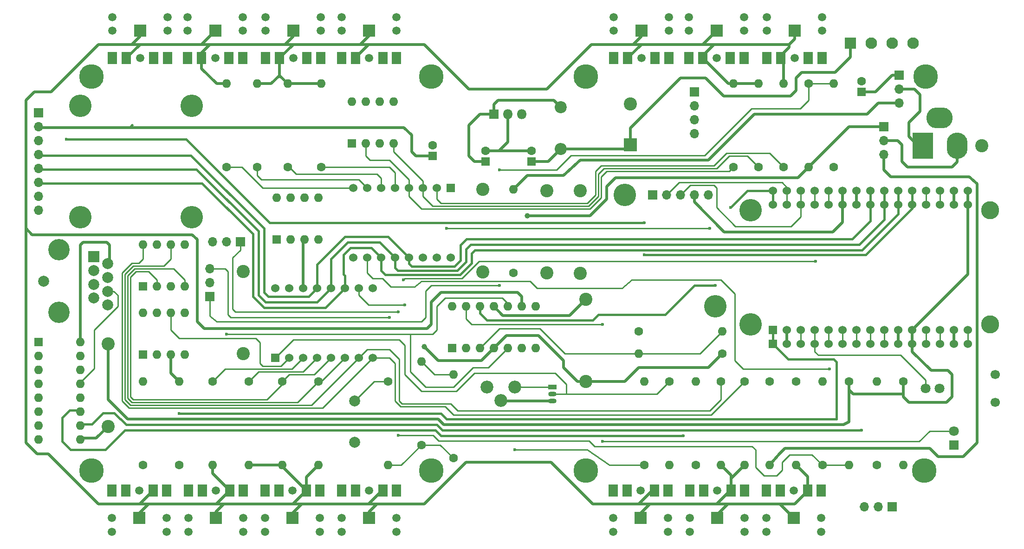
<source format=gbl>
G04 #@! TF.FileFunction,Copper,L2,Bot,Signal*
%FSLAX46Y46*%
G04 Gerber Fmt 4.6, Leading zero omitted, Abs format (unit mm)*
G04 Created by KiCad (PCBNEW 4.0.7) date 12/21/17 09:23:24*
%MOMM*%
%LPD*%
G01*
G04 APERTURE LIST*
%ADD10C,0.100000*%
%ADD11C,4.500000*%
%ADD12R,2.400000X2.400000*%
%ADD13C,2.400000*%
%ADD14R,1.600000X1.600000*%
%ADD15C,1.600000*%
%ADD16O,1.600000X1.600000*%
%ADD17O,1.500000X0.900000*%
%ADD18R,1.500000X0.900000*%
%ADD19O,3.800000X4.800000*%
%ADD20R,3.800000X4.800000*%
%ADD21O,4.800000X3.800000*%
%ADD22C,2.200000*%
%ADD23O,2.200000X2.200000*%
%ADD24C,2.340000*%
%ADD25R,1.800000X2.200000*%
%ADD26R,2.200000X2.200000*%
%ADD27C,1.500000*%
%ADD28R,1.800000X1.800000*%
%ADD29C,1.800000*%
%ADD30R,1.524000X1.524000*%
%ADD31C,1.524000*%
%ADD32C,2.000000*%
%ADD33R,2.000000X2.000000*%
%ADD34C,3.900000*%
%ADD35R,1.700000X1.700000*%
%ADD36O,1.700000X1.700000*%
%ADD37O,1.800000X1.800000*%
%ADD38C,1.700000*%
%ADD39C,2.100000*%
%ADD40R,2.100000X2.100000*%
%ADD41C,4.100000*%
%ADD42C,3.300000*%
%ADD43C,1.000000*%
%ADD44C,0.600000*%
%ADD45C,0.508000*%
%ADD46C,0.254000*%
%ADD47C,0.381000*%
G04 APERTURE END LIST*
D10*
D11*
X223774000Y-125984000D03*
D12*
X170180000Y-66548000D03*
D13*
X170180000Y-59048000D03*
D14*
X152146000Y-69596000D03*
D15*
X152146000Y-67596000D03*
D13*
X162052000Y-109728000D03*
X162052000Y-94728000D03*
D14*
X143764000Y-69596000D03*
D15*
X143764000Y-67596000D03*
D14*
X134112000Y-68580000D03*
D15*
X134112000Y-66580000D03*
D13*
X154940000Y-89916000D03*
X154940000Y-74916000D03*
X161036000Y-74930000D03*
X161036000Y-89930000D03*
D14*
X212344000Y-56896000D03*
D15*
X212344000Y-54896000D03*
D13*
X99568000Y-104648000D03*
X99568000Y-89648000D03*
X74930000Y-102870000D03*
X74930000Y-117870000D03*
X143256000Y-74676000D03*
X143256000Y-89676000D03*
D14*
X81280000Y-104775000D03*
D16*
X88900000Y-97155000D03*
X83820000Y-104775000D03*
X86360000Y-97155000D03*
X86360000Y-104775000D03*
X83820000Y-97155000D03*
X88900000Y-104775000D03*
X81280000Y-97155000D03*
D14*
X81280000Y-92329000D03*
D16*
X88900000Y-84709000D03*
X83820000Y-92329000D03*
X86360000Y-84709000D03*
X86360000Y-92329000D03*
X83820000Y-84709000D03*
X88900000Y-92329000D03*
X81280000Y-84709000D03*
D17*
X155956000Y-112014000D03*
X155956000Y-113284000D03*
D18*
X155956000Y-110744000D03*
D14*
X119380000Y-66294000D03*
D16*
X127000000Y-58674000D03*
X121920000Y-66294000D03*
X124460000Y-58674000D03*
X124460000Y-66294000D03*
X121920000Y-58674000D03*
X127000000Y-66294000D03*
X119380000Y-58674000D03*
D14*
X105664000Y-83820000D03*
D16*
X113284000Y-76200000D03*
X108204000Y-83820000D03*
X110744000Y-76200000D03*
X110744000Y-83820000D03*
X108204000Y-76200000D03*
X113284000Y-83820000D03*
X105664000Y-76200000D03*
D19*
X229820000Y-66675000D03*
D20*
X223520000Y-66675000D03*
D21*
X226620000Y-61595000D03*
D13*
X234320000Y-66675000D03*
D22*
X157480000Y-59690000D03*
D23*
X157480000Y-67310000D03*
D15*
X195580000Y-109728000D03*
D16*
X195580000Y-124968000D03*
D15*
X148844000Y-89916000D03*
D16*
X148844000Y-74676000D03*
D15*
X137922000Y-123698000D03*
D16*
X137922000Y-108458000D03*
D15*
X132080000Y-121285000D03*
D16*
X132080000Y-106045000D03*
D15*
X186944000Y-104648000D03*
D16*
X171704000Y-104648000D03*
D15*
X171704000Y-100584000D03*
D16*
X186944000Y-100584000D03*
D15*
X125984000Y-109728000D03*
D16*
X125984000Y-124968000D03*
D15*
X207264000Y-70612000D03*
D16*
X207264000Y-55372000D03*
D15*
X182118000Y-124968000D03*
D16*
X182118000Y-109728000D03*
D15*
X177292000Y-109728000D03*
D16*
X177292000Y-124968000D03*
D15*
X172720000Y-124968000D03*
D16*
X172720000Y-109728000D03*
D15*
X202692000Y-55372000D03*
D16*
X202692000Y-70612000D03*
D15*
X210058000Y-109728000D03*
D16*
X210058000Y-124968000D03*
D15*
X205232000Y-124968000D03*
D16*
X205232000Y-109728000D03*
D15*
X200406000Y-109728000D03*
D16*
X200406000Y-124968000D03*
D15*
X93980000Y-109728000D03*
D16*
X93980000Y-124968000D03*
D15*
X100584000Y-109728000D03*
D16*
X100584000Y-124968000D03*
D15*
X106680000Y-109728000D03*
D16*
X106680000Y-124968000D03*
D15*
X113284000Y-109728000D03*
D16*
X113284000Y-124968000D03*
D15*
X186690000Y-109728000D03*
D16*
X186690000Y-124968000D03*
D15*
X191008000Y-109728000D03*
D16*
X191008000Y-124968000D03*
D15*
X193548000Y-70612000D03*
D16*
X193548000Y-55372000D03*
D15*
X188976000Y-70612000D03*
D16*
X188976000Y-55372000D03*
D15*
X113792000Y-70612000D03*
D16*
X113792000Y-55372000D03*
D15*
X107696000Y-70612000D03*
D16*
X107696000Y-55372000D03*
D15*
X102108000Y-70612000D03*
D16*
X102108000Y-55372000D03*
D15*
X96520000Y-70612000D03*
D16*
X96520000Y-55372000D03*
D15*
X198120000Y-70612000D03*
D16*
X198120000Y-55372000D03*
D15*
X81280000Y-124968000D03*
D16*
X81280000Y-109728000D03*
D15*
X87884000Y-124968000D03*
D16*
X87884000Y-109728000D03*
D14*
X62230000Y-102489000D03*
D16*
X69850000Y-120269000D03*
X62230000Y-105029000D03*
X69850000Y-117729000D03*
X62230000Y-107569000D03*
X69850000Y-115189000D03*
X62230000Y-110109000D03*
X69850000Y-112649000D03*
X62230000Y-112649000D03*
X69850000Y-110109000D03*
X62230000Y-115189000D03*
X69850000Y-107569000D03*
X62230000Y-117729000D03*
X69850000Y-105029000D03*
X62230000Y-120269000D03*
X69850000Y-102489000D03*
D14*
X137668000Y-103632000D03*
D16*
X152908000Y-96012000D03*
X140208000Y-103632000D03*
X150368000Y-96012000D03*
X142748000Y-103632000D03*
X147828000Y-96012000D03*
X145288000Y-103632000D03*
X145288000Y-96012000D03*
X147828000Y-103632000D03*
X142748000Y-96012000D03*
X150368000Y-103632000D03*
X140208000Y-96012000D03*
X152908000Y-103632000D03*
X137668000Y-96012000D03*
D24*
X144098000Y-110666000D03*
X146598000Y-113166000D03*
X149098000Y-110666000D03*
D25*
X78145000Y-129620000D03*
X83145000Y-129620000D03*
X75645000Y-129620000D03*
X85645000Y-129620000D03*
D26*
X80645000Y-134620000D03*
D27*
X80645000Y-129620000D03*
X75645000Y-134620000D03*
X75645000Y-137120000D03*
X85645000Y-134620000D03*
X85645000Y-137120000D03*
D25*
X92115000Y-129620000D03*
X97115000Y-129620000D03*
X89615000Y-129620000D03*
X99615000Y-129620000D03*
D26*
X94615000Y-134620000D03*
D27*
X94615000Y-129620000D03*
X89615000Y-134620000D03*
X89615000Y-137120000D03*
X99615000Y-134620000D03*
X99615000Y-137120000D03*
D25*
X106085000Y-129620000D03*
X111085000Y-129620000D03*
X103585000Y-129620000D03*
X113585000Y-129620000D03*
D26*
X108585000Y-134620000D03*
D27*
X108585000Y-129620000D03*
X103585000Y-134620000D03*
X103585000Y-137120000D03*
X113585000Y-134620000D03*
X113585000Y-137120000D03*
D25*
X120055000Y-129620000D03*
X125055000Y-129620000D03*
X117555000Y-129620000D03*
X127555000Y-129620000D03*
D26*
X122555000Y-134620000D03*
D27*
X122555000Y-129620000D03*
X117555000Y-134620000D03*
X117555000Y-137120000D03*
X127555000Y-134620000D03*
X127555000Y-137120000D03*
D25*
X197525000Y-129620000D03*
X202525000Y-129620000D03*
X195025000Y-129620000D03*
X205025000Y-129620000D03*
D26*
X200025000Y-134620000D03*
D27*
X200025000Y-129620000D03*
X195025000Y-134620000D03*
X195025000Y-137120000D03*
X205025000Y-134620000D03*
X205025000Y-137120000D03*
D25*
X169585000Y-129620000D03*
X174585000Y-129620000D03*
X167085000Y-129620000D03*
X177085000Y-129620000D03*
D26*
X172085000Y-134620000D03*
D27*
X172085000Y-129620000D03*
X167085000Y-134620000D03*
X167085000Y-137120000D03*
X177085000Y-134620000D03*
X177085000Y-137120000D03*
D25*
X183555000Y-129620000D03*
X188555000Y-129620000D03*
X181055000Y-129620000D03*
X191055000Y-129620000D03*
D26*
X186055000Y-134620000D03*
D27*
X186055000Y-129620000D03*
X181055000Y-134620000D03*
X181055000Y-137120000D03*
X191055000Y-134620000D03*
X191055000Y-137120000D03*
D25*
X202652000Y-50720000D03*
X197652000Y-50720000D03*
X205152000Y-50720000D03*
X195152000Y-50720000D03*
D26*
X200152000Y-45720000D03*
D27*
X200152000Y-50720000D03*
X205152000Y-45720000D03*
X205152000Y-43220000D03*
X195152000Y-45720000D03*
X195152000Y-43220000D03*
D25*
X188428000Y-50720000D03*
X183428000Y-50720000D03*
X190928000Y-50720000D03*
X180928000Y-50720000D03*
D26*
X185928000Y-45720000D03*
D27*
X185928000Y-50720000D03*
X190928000Y-45720000D03*
X190928000Y-43220000D03*
X180928000Y-45720000D03*
X180928000Y-43220000D03*
D25*
X174712000Y-50720000D03*
X169712000Y-50720000D03*
X177212000Y-50720000D03*
X167212000Y-50720000D03*
D26*
X172212000Y-45720000D03*
D27*
X172212000Y-50720000D03*
X177212000Y-45720000D03*
X177212000Y-43220000D03*
X167212000Y-45720000D03*
X167212000Y-43220000D03*
D25*
X125055000Y-50720000D03*
X120055000Y-50720000D03*
X127555000Y-50720000D03*
X117555000Y-50720000D03*
D26*
X122555000Y-45720000D03*
D27*
X122555000Y-50720000D03*
X127555000Y-45720000D03*
X127555000Y-43220000D03*
X117555000Y-45720000D03*
X117555000Y-43220000D03*
D25*
X111212000Y-50720000D03*
X106212000Y-50720000D03*
X113712000Y-50720000D03*
X103712000Y-50720000D03*
D26*
X108712000Y-45720000D03*
D27*
X108712000Y-50720000D03*
X113712000Y-45720000D03*
X113712000Y-43220000D03*
X103712000Y-45720000D03*
X103712000Y-43220000D03*
D25*
X96988000Y-50720000D03*
X91988000Y-50720000D03*
X99488000Y-50720000D03*
X89488000Y-50720000D03*
D26*
X94488000Y-45720000D03*
D27*
X94488000Y-50720000D03*
X99488000Y-45720000D03*
X99488000Y-43220000D03*
X89488000Y-45720000D03*
X89488000Y-43220000D03*
D25*
X83272000Y-50720000D03*
X78272000Y-50720000D03*
X85772000Y-50720000D03*
X75772000Y-50720000D03*
D26*
X80772000Y-45720000D03*
D27*
X80772000Y-50720000D03*
X85772000Y-45720000D03*
X85772000Y-43220000D03*
X75772000Y-45720000D03*
X75772000Y-43220000D03*
D28*
X229235000Y-121285000D03*
D29*
X229235000Y-118745000D03*
D30*
X137414000Y-74422000D03*
D31*
X134874000Y-74422000D03*
X132334000Y-74422000D03*
X129794000Y-74422000D03*
X127254000Y-74422000D03*
X124714000Y-74422000D03*
X122174000Y-74422000D03*
X119634000Y-74422000D03*
X119634000Y-87122000D03*
X122174000Y-87122000D03*
X124714000Y-87122000D03*
X127254000Y-87122000D03*
X129794000Y-87122000D03*
X132334000Y-87122000D03*
X134874000Y-87122000D03*
X137414000Y-87122000D03*
D30*
X105410000Y-105410000D03*
D31*
X107950000Y-105410000D03*
X110490000Y-105410000D03*
X113030000Y-105410000D03*
X115570000Y-105410000D03*
X118110000Y-105410000D03*
X120650000Y-105410000D03*
X123190000Y-105410000D03*
X123190000Y-92710000D03*
X120650000Y-92710000D03*
X118110000Y-92710000D03*
X115570000Y-92710000D03*
X113030000Y-92710000D03*
X110490000Y-92710000D03*
X107950000Y-92710000D03*
X105410000Y-92710000D03*
D32*
X63216000Y-91440000D03*
X72360000Y-94488000D03*
D33*
X72360000Y-86888000D03*
D32*
X72360000Y-89428000D03*
X74900000Y-88158000D03*
X74900000Y-95758000D03*
D34*
X66000000Y-85618000D03*
X66000000Y-97048000D03*
D32*
X74900000Y-90698000D03*
X72360000Y-91968000D03*
X74900000Y-93238000D03*
D35*
X217932000Y-132588000D03*
D36*
X215392000Y-132588000D03*
X212852000Y-132588000D03*
D35*
X219202000Y-53848000D03*
D36*
X219202000Y-56388000D03*
X219202000Y-58928000D03*
D35*
X216408000Y-63246000D03*
D36*
X216408000Y-65786000D03*
X216408000Y-68326000D03*
D35*
X93472000Y-94234000D03*
D36*
X93472000Y-91694000D03*
X93472000Y-89154000D03*
D35*
X99060000Y-84201000D03*
D36*
X96520000Y-84201000D03*
X93980000Y-84201000D03*
D28*
X145288000Y-60960000D03*
D37*
X147828000Y-60960000D03*
X150368000Y-60960000D03*
D32*
X119888000Y-113284000D03*
X119888000Y-120784000D03*
D35*
X181864000Y-56896000D03*
D36*
X181864000Y-59436000D03*
X181864000Y-61976000D03*
X181864000Y-64516000D03*
D15*
X215138000Y-124968000D03*
D16*
X215138000Y-109728000D03*
D15*
X219964000Y-109728000D03*
D16*
X219964000Y-124968000D03*
D29*
X224028000Y-110998000D03*
X226568000Y-110998000D03*
D38*
X236728000Y-108458000D03*
X236728000Y-113538000D03*
D39*
X221742000Y-48006000D03*
X217932000Y-48006000D03*
D40*
X210312000Y-48006000D03*
D39*
X214122000Y-48006000D03*
D11*
X162052000Y-125984000D03*
X133858000Y-125984000D03*
X71882000Y-125984000D03*
X71882000Y-54102000D03*
X133858000Y-54102000D03*
X162052000Y-54102000D03*
X224028000Y-54102000D03*
D41*
X69850000Y-79756000D03*
X90170000Y-79756000D03*
D35*
X62230000Y-60706000D03*
D36*
X62230000Y-63246000D03*
X62230000Y-65786000D03*
X62230000Y-68326000D03*
X62230000Y-70866000D03*
X62230000Y-73406000D03*
X62230000Y-75946000D03*
X62230000Y-78486000D03*
D41*
X90170000Y-59436000D03*
X69850000Y-59436000D03*
D35*
X174244000Y-75692000D03*
D36*
X176784000Y-75692000D03*
X179324000Y-75692000D03*
X181864000Y-75692000D03*
X184404000Y-75692000D03*
D41*
X169164000Y-75692000D03*
X185674000Y-96012000D03*
D31*
X231775000Y-77470000D03*
X229235000Y-77470000D03*
X226695000Y-77470000D03*
X224155000Y-77470000D03*
X221615000Y-77470000D03*
X219075000Y-77470000D03*
X216535000Y-77470000D03*
X213995000Y-77470000D03*
X211455000Y-77470000D03*
X208915000Y-77470000D03*
X206375000Y-77470000D03*
X203835000Y-77470000D03*
X201295000Y-77470000D03*
X198755000Y-77470000D03*
X196215000Y-77470000D03*
X196215000Y-74930000D03*
X198755000Y-74930000D03*
X201295000Y-74930000D03*
X203835000Y-74930000D03*
X206375000Y-74930000D03*
X208915000Y-74930000D03*
X211455000Y-74930000D03*
X213995000Y-74930000D03*
X216535000Y-74930000D03*
X219075000Y-74930000D03*
X221615000Y-74930000D03*
X224155000Y-74930000D03*
X226695000Y-74930000D03*
X229235000Y-74930000D03*
X231775000Y-74930000D03*
X231775000Y-100330000D03*
X229235000Y-100330000D03*
X226695000Y-100330000D03*
X224155000Y-100330000D03*
X221615000Y-100330000D03*
X219075000Y-100330000D03*
X216535000Y-100330000D03*
X213995000Y-100330000D03*
X211455000Y-100330000D03*
X208915000Y-100330000D03*
X206375000Y-100330000D03*
X203835000Y-100330000D03*
X201295000Y-100330000D03*
X198755000Y-100330000D03*
D30*
X196215000Y-100330000D03*
X196215000Y-102870000D03*
D31*
X198755000Y-102870000D03*
X201295000Y-102870000D03*
X203835000Y-102870000D03*
X206375000Y-102870000D03*
X208915000Y-102870000D03*
X211455000Y-102870000D03*
X213995000Y-102870000D03*
X216535000Y-102870000D03*
X219075000Y-102870000D03*
X221615000Y-102870000D03*
X224155000Y-102870000D03*
X226695000Y-102870000D03*
X229235000Y-102870000D03*
X231775000Y-102870000D03*
D41*
X192151000Y-78486000D03*
X192151000Y-99314000D03*
D42*
X235839000Y-78486000D03*
X235839000Y-99314000D03*
D43*
X132588000Y-103378000D03*
D44*
X126238000Y-98044000D03*
X149098000Y-122174000D03*
X184658000Y-81788000D03*
X136652000Y-81788000D03*
X206502000Y-107442000D03*
X165100000Y-120650000D03*
X165100000Y-99314000D03*
X67310000Y-65532000D03*
X172720000Y-80772000D03*
X172720000Y-86614000D03*
X129032000Y-95758000D03*
X128778000Y-91186000D03*
X203962000Y-87757000D03*
X185674000Y-92202000D03*
X179832000Y-119634000D03*
X188468000Y-77978000D03*
X87884000Y-115570000D03*
X146304000Y-71120000D03*
X146304000Y-92202000D03*
D43*
X151384000Y-79502000D03*
D44*
X127889000Y-97028000D03*
X127889000Y-119507000D03*
X96520000Y-101092000D03*
X212344000Y-118618000D03*
D45*
X157480000Y-67310000D02*
X155194000Y-69596000D01*
X155194000Y-69596000D02*
X152146000Y-69596000D01*
X210312000Y-48260000D02*
X210312000Y-50546000D01*
X170180000Y-63500000D02*
X170180000Y-66548000D01*
X179324000Y-54356000D02*
X170180000Y-63500000D01*
X183896000Y-54356000D02*
X179324000Y-54356000D01*
X187198000Y-57658000D02*
X183896000Y-54356000D01*
X199390000Y-57658000D02*
X187198000Y-57658000D01*
X200406000Y-56642000D02*
X199390000Y-57658000D01*
X200406000Y-54356000D02*
X200406000Y-56642000D01*
X201422000Y-53340000D02*
X200406000Y-54356000D01*
X207518000Y-53340000D02*
X201422000Y-53340000D01*
X210312000Y-50546000D02*
X207518000Y-53340000D01*
X157480000Y-67310000D02*
X169418000Y-67310000D01*
X169418000Y-67310000D02*
X170180000Y-66548000D01*
X229235000Y-100330000D02*
X229235000Y-102870000D01*
X219075000Y-100330000D02*
X219075000Y-102870000D01*
X198755000Y-100330000D02*
X198755000Y-102870000D01*
X229235000Y-74930000D02*
X229235000Y-77470000D01*
X211455000Y-74930000D02*
X211455000Y-77470000D01*
X146050000Y-67596000D02*
X146272000Y-67596000D01*
X147828000Y-66040000D02*
X147828000Y-60960000D01*
X146272000Y-67596000D02*
X147828000Y-66040000D01*
X152146000Y-67596000D02*
X146050000Y-67596000D01*
X146050000Y-67596000D02*
X143764000Y-67596000D01*
X110490000Y-92710000D02*
X110490000Y-84074000D01*
X110490000Y-84074000D02*
X110744000Y-83820000D01*
X145288000Y-96012000D02*
X146932604Y-97656604D01*
X159123396Y-97656604D02*
X162052000Y-94728000D01*
X146932604Y-97656604D02*
X159123396Y-97656604D01*
X86360000Y-104775000D02*
X86360000Y-108204000D01*
X86360000Y-108204000D02*
X87884000Y-109728000D01*
X155956000Y-113284000D02*
X146716000Y-113284000D01*
X146716000Y-113284000D02*
X146598000Y-113166000D01*
X74930000Y-117870000D02*
X72785000Y-120015000D01*
X72785000Y-120015000D02*
X69850000Y-120015000D01*
X75184000Y-87874000D02*
X75184000Y-86731000D01*
X69850000Y-84836000D02*
X70358000Y-84328000D01*
X70358000Y-84328000D02*
X74676000Y-84328000D01*
X74676000Y-84328000D02*
X75184000Y-84836000D01*
X75184000Y-84836000D02*
X75184000Y-86731000D01*
X69850000Y-84836000D02*
X69850000Y-102235000D01*
X75184000Y-87874000D02*
X74900000Y-88158000D01*
X79375000Y-62992000D02*
X78994000Y-63373000D01*
X78994000Y-63373000D02*
X62230000Y-63373000D01*
X79375000Y-62992000D02*
X78994000Y-63373000D01*
X78994000Y-63373000D02*
X128905000Y-63373000D01*
X128905000Y-63373000D02*
X130302000Y-64770000D01*
X130302000Y-64770000D02*
X130302000Y-67818000D01*
X130302000Y-67818000D02*
X131064000Y-68580000D01*
X134112000Y-68580000D02*
X131064000Y-68580000D01*
X219964000Y-112014000D02*
X210820000Y-112014000D01*
X210820000Y-112014000D02*
X210058000Y-111252000D01*
X221615000Y-102870000D02*
X221615000Y-104267000D01*
X219964000Y-112522000D02*
X219964000Y-112014000D01*
X219964000Y-112014000D02*
X219964000Y-109728000D01*
X220980000Y-113538000D02*
X219964000Y-112522000D01*
X227838000Y-113538000D02*
X220980000Y-113538000D01*
X228854000Y-112522000D02*
X227838000Y-113538000D01*
X228854000Y-108458000D02*
X228854000Y-112522000D01*
X228092000Y-107696000D02*
X228854000Y-108458000D01*
X225044000Y-107696000D02*
X228092000Y-107696000D01*
X221615000Y-104267000D02*
X225044000Y-107696000D01*
X181864000Y-75692000D02*
X181864000Y-76962000D01*
X208915000Y-80645000D02*
X208915000Y-77470000D01*
X207137000Y-82423000D02*
X208915000Y-80645000D01*
X187325000Y-82423000D02*
X207137000Y-82423000D01*
X181864000Y-76962000D02*
X187325000Y-82423000D01*
X145288000Y-103632000D02*
X143002000Y-105918000D01*
X135128000Y-105918000D02*
X132588000Y-103378000D01*
X143002000Y-105918000D02*
X135128000Y-105918000D01*
X157988000Y-107188000D02*
X157988000Y-105918000D01*
X160528000Y-109728000D02*
X157988000Y-107188000D01*
X162052000Y-109728000D02*
X160528000Y-109728000D01*
X147574000Y-101346000D02*
X145288000Y-103632000D01*
X153416000Y-101346000D02*
X147574000Y-101346000D01*
X157988000Y-105918000D02*
X153416000Y-101346000D01*
X162052000Y-109728000D02*
X169164000Y-109728000D01*
X184404000Y-107188000D02*
X186944000Y-104648000D01*
X171704000Y-107188000D02*
X184404000Y-107188000D01*
X169164000Y-109728000D02*
X171704000Y-107188000D01*
X231775000Y-77470000D02*
X231775000Y-90170000D01*
X231775000Y-90170000D02*
X221615000Y-100330000D01*
X135128000Y-116586000D02*
X78486000Y-116586000D01*
X78486000Y-116586000D02*
X74930000Y-113030000D01*
X74930000Y-113030000D02*
X74930000Y-102870000D01*
X210058000Y-111252000D02*
X210058000Y-117094000D01*
X136144000Y-117602000D02*
X135128000Y-116586000D01*
X209042000Y-117602000D02*
X136144000Y-117602000D01*
X210058000Y-117094000D02*
X209042000Y-117602000D01*
X210058000Y-109728000D02*
X210058000Y-111252000D01*
X231775000Y-74930000D02*
X231775000Y-77470000D01*
X208915000Y-74930000D02*
X208915000Y-77470000D01*
X221615000Y-102870000D02*
X221615000Y-100330000D01*
X157480000Y-59690000D02*
X156210000Y-58420000D01*
X145288000Y-59182000D02*
X145288000Y-60960000D01*
X146050000Y-58420000D02*
X145288000Y-59182000D01*
X156210000Y-58420000D02*
X146050000Y-58420000D01*
X140716000Y-62992000D02*
X142748000Y-60960000D01*
X140716000Y-68580000D02*
X141732000Y-69596000D01*
X143764000Y-69596000D02*
X141732000Y-69596000D01*
X140716000Y-68580000D02*
X140716000Y-62992000D01*
X142748000Y-60960000D02*
X145288000Y-60960000D01*
D46*
X132080000Y-121285000D02*
X128397000Y-124968000D01*
X128397000Y-124968000D02*
X125984000Y-124968000D01*
X132080000Y-121285000D02*
X135509000Y-121285000D01*
X135509000Y-121285000D02*
X137922000Y-123698000D01*
X132080000Y-106045000D02*
X134493000Y-108458000D01*
X134493000Y-108458000D02*
X137922000Y-108458000D01*
X171704000Y-104648000D02*
X158242000Y-104648000D01*
X146304000Y-100076000D02*
X142748000Y-103632000D01*
X153670000Y-100076000D02*
X146304000Y-100076000D01*
X158242000Y-104648000D02*
X153670000Y-100076000D01*
X171704000Y-104648000D02*
X182880000Y-104648000D01*
X182880000Y-104648000D02*
X186944000Y-100584000D01*
D45*
X214884000Y-56896000D02*
X217932000Y-53848000D01*
X212344000Y-56896000D02*
X214884000Y-56896000D01*
X217932000Y-53848000D02*
X219202000Y-53848000D01*
D46*
X125984000Y-109728000D02*
X123444000Y-109728000D01*
X123444000Y-109728000D02*
X119888000Y-113284000D01*
X97282000Y-98044000D02*
X96774000Y-97536000D01*
X97282000Y-98044000D02*
X126238000Y-98044000D01*
X96266000Y-89154000D02*
X93472000Y-89154000D01*
X96774000Y-89662000D02*
X96266000Y-89154000D01*
X96774000Y-97536000D02*
X96774000Y-89662000D01*
D45*
X232029000Y-72390000D02*
X217678000Y-72390000D01*
X230886000Y-123444000D02*
X226314000Y-123444000D01*
X226314000Y-123444000D02*
X224790000Y-121920000D01*
X224790000Y-121920000D02*
X198374000Y-121920000D01*
X198374000Y-121920000D02*
X197358000Y-122936000D01*
X232029000Y-72390000D02*
X233426000Y-73660000D01*
X233426000Y-73660000D02*
X233426000Y-120904000D01*
X233426000Y-120904000D02*
X230886000Y-123444000D01*
X195580000Y-124968000D02*
X197358000Y-122936000D01*
X216408000Y-71120000D02*
X216408000Y-68326000D01*
X217678000Y-72390000D02*
X216408000Y-71120000D01*
X213360000Y-60960000D02*
X215392000Y-58928000D01*
X192786000Y-60960000D02*
X184404000Y-69342000D01*
X161036000Y-69342000D02*
X157988000Y-72136000D01*
X157988000Y-72136000D02*
X151384000Y-72136000D01*
X148844000Y-74676000D02*
X151384000Y-72136000D01*
X184404000Y-69342000D02*
X161036000Y-69342000D01*
X192786000Y-60960000D02*
X213360000Y-60960000D01*
X215392000Y-58928000D02*
X219202000Y-58928000D01*
D46*
X93980000Y-109728000D02*
X96266000Y-107442000D01*
X108458000Y-107442000D02*
X110490000Y-105410000D01*
X96266000Y-107442000D02*
X108458000Y-107442000D01*
X101854000Y-101854000D02*
X102616000Y-102616000D01*
X101854000Y-101854000D02*
X87884000Y-101854000D01*
X87884000Y-101854000D02*
X86360000Y-100330000D01*
X86360000Y-97155000D02*
X86360000Y-100330000D01*
X106426000Y-106934000D02*
X107950000Y-105410000D01*
X103124000Y-106934000D02*
X106426000Y-106934000D01*
X102616000Y-106426000D02*
X103124000Y-106934000D01*
X102616000Y-102616000D02*
X102616000Y-106426000D01*
X100584000Y-109728000D02*
X102362000Y-107950000D01*
X110490000Y-107950000D02*
X113030000Y-105410000D01*
X102362000Y-107950000D02*
X110490000Y-107950000D01*
X86360000Y-84709000D02*
X86360000Y-87376000D01*
X112014000Y-114046000D02*
X120650000Y-105410000D01*
X79502000Y-88646000D02*
X85090000Y-88646000D01*
X85090000Y-88646000D02*
X86360000Y-87376000D01*
X77978000Y-90170000D02*
X79502000Y-88646000D01*
X77978000Y-113030000D02*
X77978000Y-90170000D01*
X78994000Y-114046000D02*
X77978000Y-113030000D01*
X112014000Y-114046000D02*
X78994000Y-114046000D01*
X138684000Y-115062000D02*
X184658000Y-115062000D01*
X138684000Y-115062000D02*
X137414000Y-113792000D01*
X137414000Y-113792000D02*
X128524000Y-113792000D01*
X128524000Y-113792000D02*
X128016000Y-113284000D01*
X128016000Y-113284000D02*
X128016000Y-105664000D01*
X128016000Y-105664000D02*
X126238000Y-103886000D01*
X126238000Y-103886000D02*
X122174000Y-103886000D01*
X120650000Y-105410000D02*
X122174000Y-103886000D01*
X186690000Y-113030000D02*
X186690000Y-109728000D01*
X184658000Y-115062000D02*
X186690000Y-113030000D01*
X186690000Y-109728000D02*
X186690000Y-109474000D01*
X88900000Y-92329000D02*
X88900000Y-91186000D01*
X109474000Y-113538000D02*
X113284000Y-109728000D01*
X79248000Y-113538000D02*
X109474000Y-113538000D01*
X78486000Y-112776000D02*
X79248000Y-113538000D01*
X78486000Y-90424000D02*
X78486000Y-112776000D01*
X79756000Y-89154000D02*
X78486000Y-90424000D01*
X86868000Y-89154000D02*
X79756000Y-89154000D01*
X88900000Y-91186000D02*
X86868000Y-89154000D01*
X113284000Y-109728000D02*
X113792000Y-109728000D01*
X113792000Y-109728000D02*
X118110000Y-105410000D01*
X81280000Y-84709000D02*
X81280000Y-87376000D01*
X78740000Y-114554000D02*
X114046000Y-114554000D01*
X81280000Y-87376000D02*
X80518000Y-88138000D01*
X80518000Y-88138000D02*
X79248000Y-88138000D01*
X79248000Y-88138000D02*
X77470000Y-89916000D01*
X77470000Y-89916000D02*
X77470000Y-113284000D01*
X77470000Y-113284000D02*
X78740000Y-114554000D01*
X114046000Y-114554000D02*
X123190000Y-105410000D01*
X137922000Y-115824000D02*
X136398000Y-114300000D01*
X137922000Y-115824000D02*
X184912000Y-115824000D01*
X191008000Y-109728000D02*
X184912000Y-115824000D01*
X126238000Y-105410000D02*
X123190000Y-105410000D01*
X127254000Y-106426000D02*
X126238000Y-105410000D01*
X127254000Y-113284000D02*
X127254000Y-106426000D01*
X128270000Y-114300000D02*
X127254000Y-113284000D01*
X136398000Y-114300000D02*
X128270000Y-114300000D01*
X83820000Y-92329000D02*
X83820000Y-91186000D01*
X103886000Y-113030000D02*
X106680000Y-110236000D01*
X80010000Y-89662000D02*
X82296000Y-89662000D01*
X78994000Y-90678000D02*
X80010000Y-89662000D01*
X78994000Y-112522000D02*
X78994000Y-90678000D01*
X79502000Y-113030000D02*
X78994000Y-112522000D01*
X103886000Y-113030000D02*
X79502000Y-113030000D01*
X83820000Y-91186000D02*
X82296000Y-89662000D01*
X106680000Y-109728000D02*
X106680000Y-110236000D01*
X106680000Y-109728000D02*
X107950000Y-108458000D01*
X112522000Y-108458000D02*
X115570000Y-105410000D01*
X107950000Y-108458000D02*
X112522000Y-108458000D01*
X141732000Y-108204000D02*
X138430000Y-111506000D01*
X158496000Y-110236000D02*
X156464000Y-108204000D01*
X156464000Y-108204000D02*
X141732000Y-108204000D01*
X158496000Y-112014000D02*
X158496000Y-110236000D01*
X129032000Y-103124000D02*
X128016000Y-102108000D01*
X129032000Y-108458000D02*
X129032000Y-103124000D01*
X132080000Y-111506000D02*
X129032000Y-108458000D01*
X138430000Y-111506000D02*
X132080000Y-111506000D01*
X128016000Y-102108000D02*
X108712000Y-102108000D01*
X108712000Y-102108000D02*
X105410000Y-105410000D01*
X155956000Y-112014000D02*
X158496000Y-112014000D01*
X158496000Y-112014000D02*
X175006000Y-112014000D01*
X175006000Y-112014000D02*
X177292000Y-109728000D01*
X172720000Y-124968000D02*
X166370000Y-124968000D01*
X162306000Y-122174000D02*
X149098000Y-122174000D01*
X166370000Y-124968000D02*
X162306000Y-122174000D01*
X155956000Y-110744000D02*
X155878000Y-110666000D01*
X155878000Y-110666000D02*
X149098000Y-110666000D01*
X165354000Y-70866000D02*
X185928000Y-70866000D01*
X165354000Y-70866000D02*
X164338000Y-71882000D01*
X164338000Y-71882000D02*
X164338000Y-75946000D01*
X164338000Y-75946000D02*
X162560000Y-77724000D01*
X162560000Y-77724000D02*
X134112000Y-77724000D01*
X134112000Y-77724000D02*
X132334000Y-75946000D01*
X132334000Y-74422000D02*
X132334000Y-75946000D01*
X191516000Y-68580000D02*
X193548000Y-70612000D01*
X188214000Y-68580000D02*
X191516000Y-68580000D01*
X185928000Y-70866000D02*
X188214000Y-68580000D01*
X127000000Y-66294000D02*
X127000000Y-67818000D01*
X132334000Y-73152000D02*
X132334000Y-74422000D01*
X127000000Y-67818000D02*
X132334000Y-73152000D01*
X164846000Y-70358000D02*
X185420000Y-70358000D01*
X134874000Y-76454000D02*
X135636000Y-77216000D01*
X135636000Y-77216000D02*
X162306000Y-77216000D01*
X162306000Y-77216000D02*
X163830000Y-75692000D01*
X163830000Y-75692000D02*
X163830000Y-71374000D01*
X163830000Y-71374000D02*
X164846000Y-70358000D01*
X134874000Y-74422000D02*
X134874000Y-76454000D01*
X195580000Y-68072000D02*
X198120000Y-70612000D01*
X187706000Y-68072000D02*
X195580000Y-68072000D01*
X185420000Y-70358000D02*
X187706000Y-68072000D01*
X165862000Y-71374000D02*
X188214000Y-71374000D01*
X188214000Y-71374000D02*
X188976000Y-70612000D01*
X129794000Y-74422000D02*
X129794000Y-72898000D01*
X121920000Y-68580000D02*
X121920000Y-66294000D01*
X122682000Y-69342000D02*
X121920000Y-68580000D01*
X126238000Y-69342000D02*
X122682000Y-69342000D01*
X129794000Y-72898000D02*
X126238000Y-69342000D01*
X129794000Y-75946000D02*
X129794000Y-74422000D01*
X132080000Y-78232000D02*
X129794000Y-75946000D01*
X162814000Y-78232000D02*
X132080000Y-78232000D01*
X164846000Y-76200000D02*
X162814000Y-78232000D01*
X165862000Y-71374000D02*
X164846000Y-72390000D01*
X164846000Y-72390000D02*
X164846000Y-76200000D01*
X136652000Y-81788000D02*
X184658000Y-81788000D01*
X102870000Y-72898000D02*
X102108000Y-72136000D01*
X122174000Y-74422000D02*
X120650000Y-72898000D01*
X102870000Y-72898000D02*
X120650000Y-72898000D01*
X102108000Y-72136000D02*
X102108000Y-70612000D01*
X107696000Y-70612000D02*
X107950000Y-70612000D01*
X107950000Y-70612000D02*
X109220000Y-71882000D01*
X124714000Y-72644000D02*
X124714000Y-74422000D01*
X123952000Y-71882000D02*
X124714000Y-72644000D01*
X109220000Y-71882000D02*
X123952000Y-71882000D01*
X119634000Y-74422000D02*
X103124000Y-74422000D01*
X99314000Y-70612000D02*
X96520000Y-70612000D01*
X103124000Y-74422000D02*
X99314000Y-70612000D01*
X113792000Y-70612000D02*
X126238000Y-70612000D01*
X127254000Y-71628000D02*
X127254000Y-74422000D01*
X126238000Y-70612000D02*
X127254000Y-71628000D01*
X186690000Y-91186000D02*
X189230000Y-93726000D01*
X124968000Y-90932000D02*
X123190000Y-90932000D01*
X124968000Y-90932000D02*
X126492000Y-92456000D01*
X132080000Y-91440000D02*
X151892000Y-91440000D01*
X130810000Y-92456000D02*
X132080000Y-91440000D01*
X126492000Y-92456000D02*
X130810000Y-92456000D01*
X153162000Y-92710000D02*
X168656000Y-92710000D01*
X168656000Y-92710000D02*
X170434000Y-91186000D01*
X170434000Y-91186000D02*
X186690000Y-91186000D01*
X151892000Y-91440000D02*
X153162000Y-92710000D01*
X122174000Y-87122000D02*
X122174000Y-89916000D01*
X122174000Y-89916000D02*
X123190000Y-90932000D01*
X189230000Y-93726000D02*
X189230000Y-105918000D01*
X190754000Y-107442000D02*
X206502000Y-107442000D01*
X189230000Y-105918000D02*
X190754000Y-107442000D01*
X141224000Y-99314000D02*
X165100000Y-99314000D01*
X140208000Y-98298000D02*
X141224000Y-99314000D01*
X140208000Y-96012000D02*
X140208000Y-98298000D01*
X224829414Y-118745000D02*
X229235000Y-118745000D01*
X222915655Y-120650000D02*
X224829414Y-118745000D01*
X165100000Y-120650000D02*
X222915655Y-120650000D01*
X76708000Y-96012000D02*
X76708000Y-93980000D01*
X72390000Y-107315000D02*
X72390000Y-100330000D01*
X72390000Y-100330000D02*
X76708000Y-96012000D01*
X69850000Y-109855000D02*
X72390000Y-107315000D01*
X75966000Y-93238000D02*
X74900000Y-93238000D01*
X76708000Y-93980000D02*
X75966000Y-93238000D01*
D45*
X229820000Y-66675000D02*
X229820000Y-69646000D01*
X218948000Y-65786000D02*
X216408000Y-65786000D01*
X219710000Y-66548000D02*
X218948000Y-65786000D01*
X219710000Y-69596000D02*
X219710000Y-66548000D01*
X220726000Y-70612000D02*
X219710000Y-69596000D01*
X228854000Y-70612000D02*
X220726000Y-70612000D01*
X229820000Y-69646000D02*
X228854000Y-70612000D01*
X229820000Y-66675000D02*
X229820000Y-68376000D01*
X223012000Y-57404000D02*
X221996000Y-56388000D01*
X223012000Y-60452000D02*
X223012000Y-57404000D01*
X220980000Y-62484000D02*
X223012000Y-60452000D01*
X220980000Y-65024000D02*
X220980000Y-62484000D01*
X222631000Y-66675000D02*
X220980000Y-65024000D01*
X221996000Y-56388000D02*
X219202000Y-56388000D01*
X223520000Y-66675000D02*
X222631000Y-66675000D01*
X59944000Y-81788000D02*
X61087000Y-82931000D01*
X92456000Y-100076000D02*
X91186000Y-98806000D01*
X91186000Y-98806000D02*
X91186000Y-83820000D01*
X133858000Y-99314000D02*
X133858000Y-95250000D01*
X133858000Y-95250000D02*
X135636000Y-93472000D01*
X135636000Y-93472000D02*
X149606000Y-93472000D01*
X149606000Y-93472000D02*
X150368000Y-94234000D01*
X150368000Y-94234000D02*
X150368000Y-96012000D01*
X133096000Y-100076000D02*
X133858000Y-99314000D01*
X92456000Y-100076000D02*
X133096000Y-100076000D01*
X90297000Y-82931000D02*
X61087000Y-82931000D01*
X91186000Y-83820000D02*
X90297000Y-82931000D01*
X102108000Y-55372000D02*
X104728000Y-55372000D01*
X104728000Y-55372000D02*
X106212000Y-53888000D01*
X96520000Y-55372000D02*
X94742000Y-55372000D01*
X91988000Y-52618000D02*
X91988000Y-50720000D01*
X94742000Y-55372000D02*
X91988000Y-52618000D01*
X107696000Y-55372000D02*
X106212000Y-53888000D01*
X106212000Y-53888000D02*
X106212000Y-50720000D01*
X113792000Y-55372000D02*
X107696000Y-55372000D01*
X198120000Y-55372000D02*
X198120000Y-51188000D01*
X198120000Y-51188000D02*
X197652000Y-50720000D01*
X193548000Y-55372000D02*
X188976000Y-55372000D01*
X188976000Y-55372000D02*
X188080000Y-55372000D01*
X188080000Y-55372000D02*
X183428000Y-50720000D01*
X200406000Y-124968000D02*
X202525000Y-127087000D01*
X202525000Y-127087000D02*
X202525000Y-129620000D01*
X191008000Y-124968000D02*
X188555000Y-127421000D01*
X188555000Y-127421000D02*
X188555000Y-129620000D01*
X186690000Y-124968000D02*
X188555000Y-126833000D01*
X188555000Y-126833000D02*
X188555000Y-129620000D01*
X113284000Y-124968000D02*
X111085000Y-127167000D01*
X111085000Y-127167000D02*
X111085000Y-129620000D01*
X93980000Y-124968000D02*
X93980000Y-126485000D01*
X93980000Y-126485000D02*
X97115000Y-129620000D01*
X100584000Y-124968000D02*
X106680000Y-124968000D01*
X106680000Y-124968000D02*
X106680000Y-125215000D01*
X106680000Y-125215000D02*
X111085000Y-129620000D01*
X78272000Y-50720000D02*
X78312000Y-50720000D01*
X78312000Y-50720000D02*
X80772000Y-48260000D01*
X80772000Y-45720000D02*
X80772000Y-46736000D01*
X80772000Y-46736000D02*
X79248000Y-48260000D01*
X91988000Y-50720000D02*
X91988000Y-49744000D01*
X91988000Y-49744000D02*
X93472000Y-48260000D01*
X94488000Y-45720000D02*
X91948000Y-48260000D01*
X91948000Y-48260000D02*
X92456000Y-48260000D01*
X106212000Y-50720000D02*
X106252000Y-50720000D01*
X106252000Y-50720000D02*
X108712000Y-48260000D01*
X108712000Y-45720000D02*
X108712000Y-46736000D01*
X108712000Y-46736000D02*
X107188000Y-48260000D01*
X120055000Y-50720000D02*
X120055000Y-50633000D01*
X120055000Y-50633000D02*
X122428000Y-48260000D01*
X122555000Y-45720000D02*
X122555000Y-46609000D01*
X122555000Y-46609000D02*
X120904000Y-48260000D01*
X169712000Y-50720000D02*
X169752000Y-50720000D01*
X169752000Y-50720000D02*
X172212000Y-48260000D01*
X172212000Y-45720000D02*
X172212000Y-46736000D01*
X172212000Y-46736000D02*
X170688000Y-48260000D01*
X185928000Y-45720000D02*
X183388000Y-48260000D01*
X183388000Y-48260000D02*
X183896000Y-48260000D01*
X183428000Y-50720000D02*
X183428000Y-50252000D01*
X183428000Y-50252000D02*
X185420000Y-48260000D01*
X197652000Y-50720000D02*
X197652000Y-50252000D01*
X197652000Y-50252000D02*
X199136000Y-48768000D01*
X199136000Y-48768000D02*
X199136000Y-48260000D01*
X80772000Y-132080000D02*
X80772000Y-131993000D01*
X80772000Y-131993000D02*
X83145000Y-129620000D01*
X94488000Y-132080000D02*
X94655000Y-132080000D01*
X94655000Y-132080000D02*
X97115000Y-129620000D01*
X108204000Y-132080000D02*
X108625000Y-132080000D01*
X108625000Y-132080000D02*
X111085000Y-129620000D01*
X125055000Y-129620000D02*
X124888000Y-129620000D01*
X124888000Y-129620000D02*
X122428000Y-132080000D01*
X202525000Y-129620000D02*
X202525000Y-129707000D01*
X202525000Y-129707000D02*
X200152000Y-132080000D01*
X200152000Y-132080000D02*
X197485000Y-132080000D01*
X174585000Y-129620000D02*
X174164000Y-129620000D01*
X174164000Y-129620000D02*
X171704000Y-132080000D01*
X188555000Y-129620000D02*
X188388000Y-129620000D01*
X188388000Y-129620000D02*
X185928000Y-132080000D01*
X186055000Y-134620000D02*
X186055000Y-133985000D01*
X186055000Y-133985000D02*
X187960000Y-132080000D01*
X172085000Y-134620000D02*
X172085000Y-133731000D01*
X172085000Y-133731000D02*
X173736000Y-132080000D01*
X122555000Y-134620000D02*
X122555000Y-133477000D01*
X122555000Y-133477000D02*
X123952000Y-132080000D01*
X108585000Y-134620000D02*
X108585000Y-133731000D01*
X108585000Y-133731000D02*
X110236000Y-132080000D01*
X94615000Y-134620000D02*
X94615000Y-133477000D01*
X94615000Y-133477000D02*
X96012000Y-132080000D01*
X80645000Y-134620000D02*
X80645000Y-133731000D01*
X80645000Y-133731000D02*
X82296000Y-132080000D01*
X59944000Y-120904000D02*
X61976000Y-122936000D01*
X59944000Y-81153000D02*
X59944000Y-81788000D01*
X61976000Y-122936000D02*
X64008000Y-122936000D01*
X59944000Y-81788000D02*
X59944000Y-120904000D01*
X73152000Y-132080000D02*
X80772000Y-132080000D01*
X64008000Y-122936000D02*
X73152000Y-132080000D01*
X200152000Y-47244000D02*
X199136000Y-48260000D01*
X199136000Y-48260000D02*
X185420000Y-48260000D01*
X185420000Y-48260000D02*
X183896000Y-48260000D01*
X183896000Y-48260000D02*
X172212000Y-48260000D01*
X172212000Y-48260000D02*
X170688000Y-48260000D01*
X170688000Y-48260000D02*
X163068000Y-48260000D01*
X163068000Y-48260000D02*
X154940000Y-56388000D01*
X154940000Y-56388000D02*
X140716000Y-56388000D01*
X140716000Y-56388000D02*
X132588000Y-48260000D01*
X132588000Y-48260000D02*
X122428000Y-48260000D01*
X122428000Y-48260000D02*
X120904000Y-48260000D01*
X120904000Y-48260000D02*
X108712000Y-48260000D01*
X108712000Y-48260000D02*
X107188000Y-48260000D01*
X107188000Y-48260000D02*
X93472000Y-48260000D01*
X93472000Y-48260000D02*
X92456000Y-48260000D01*
X92456000Y-48260000D02*
X80772000Y-48260000D01*
X80772000Y-48260000D02*
X79248000Y-48260000D01*
X79248000Y-48260000D02*
X73152000Y-48260000D01*
X73152000Y-48260000D02*
X64516000Y-56896000D01*
X64516000Y-56896000D02*
X61468000Y-56896000D01*
X61468000Y-56896000D02*
X59944000Y-58420000D01*
X59944000Y-58420000D02*
X59944000Y-81153000D01*
X200152000Y-45720000D02*
X200152000Y-47244000D01*
X197485000Y-132080000D02*
X200025000Y-134620000D01*
X163322000Y-132080000D02*
X171704000Y-132080000D01*
X171704000Y-132080000D02*
X173736000Y-132080000D01*
X173736000Y-132080000D02*
X185928000Y-132080000D01*
X185928000Y-132080000D02*
X187960000Y-132080000D01*
X187960000Y-132080000D02*
X197485000Y-132080000D01*
X155702000Y-124460000D02*
X163322000Y-132080000D01*
X140208000Y-124460000D02*
X155702000Y-124460000D01*
X132588000Y-132080000D02*
X140208000Y-124460000D01*
X82296000Y-132080000D02*
X94488000Y-132080000D01*
X94488000Y-132080000D02*
X96012000Y-132080000D01*
X96012000Y-132080000D02*
X108204000Y-132080000D01*
X108204000Y-132080000D02*
X110236000Y-132080000D01*
X110236000Y-132080000D02*
X122428000Y-132080000D01*
X122428000Y-132080000D02*
X123952000Y-132080000D01*
X123952000Y-132080000D02*
X132588000Y-132080000D01*
X80772000Y-132080000D02*
X82296000Y-132080000D01*
D46*
X199517000Y-81407000D02*
X189357000Y-81407000D01*
X201295000Y-79629000D02*
X199517000Y-81407000D01*
X201295000Y-77470000D02*
X201295000Y-79629000D01*
X185420000Y-73914000D02*
X185928000Y-74422000D01*
X185928000Y-74422000D02*
X185928000Y-77978000D01*
X185928000Y-77978000D02*
X189357000Y-81407000D01*
X181102000Y-73914000D02*
X179324000Y-75692000D01*
X181102000Y-73914000D02*
X185420000Y-73914000D01*
X201295000Y-74930000D02*
X201295000Y-77470000D01*
X198755000Y-74930000D02*
X198755000Y-77470000D01*
X198755000Y-74930000D02*
X198755000Y-74295000D01*
X198755000Y-74295000D02*
X197866000Y-73406000D01*
X197866000Y-73406000D02*
X179070000Y-73406000D01*
X179070000Y-73406000D02*
X176784000Y-75692000D01*
X226695000Y-74930000D02*
X226695000Y-77470000D01*
X224155000Y-74930000D02*
X224155000Y-77470000D01*
D47*
X221615000Y-78105000D02*
X213106000Y-86614000D01*
X213106000Y-86614000D02*
X173736000Y-86614000D01*
X89154000Y-65532000D02*
X67310000Y-65532000D01*
X104394000Y-80772000D02*
X89154000Y-65532000D01*
X172466000Y-80772000D02*
X104394000Y-80772000D01*
X172720000Y-80772000D02*
X172466000Y-80772000D01*
X173736000Y-86614000D02*
X172720000Y-86614000D01*
X221615000Y-74930000D02*
X221615000Y-77470000D01*
X221615000Y-77470000D02*
X221615000Y-78105000D01*
X62230000Y-73533000D02*
X92075000Y-73533000D01*
X139128502Y-90233498D02*
X125476000Y-90233498D01*
X124714000Y-89471498D02*
X125476000Y-90233498D01*
X124714000Y-87122000D02*
X124714000Y-89471498D01*
X141859000Y-85725000D02*
X141224000Y-86360000D01*
X141224000Y-86360000D02*
X141224000Y-88138000D01*
X141224000Y-88138000D02*
X139128502Y-90233498D01*
X212471000Y-85725000D02*
X141859000Y-85725000D01*
X219075000Y-79121000D02*
X212471000Y-85725000D01*
X219075000Y-79121000D02*
X219075000Y-77470000D01*
X92075000Y-73533000D02*
X101346000Y-82804000D01*
X114554000Y-96266000D02*
X118110000Y-92710000D01*
X103378000Y-96266000D02*
X114554000Y-96266000D01*
X101346000Y-94234000D02*
X103378000Y-96266000D01*
X101346000Y-82804000D02*
X101346000Y-94234000D01*
X219075000Y-74930000D02*
X219075000Y-77470000D01*
X118110000Y-92710000D02*
X118110000Y-90424000D01*
X122936000Y-85344000D02*
X124714000Y-87122000D01*
X119126000Y-85344000D02*
X122936000Y-85344000D01*
X117856000Y-86614000D02*
X119126000Y-85344000D01*
X117856000Y-90170000D02*
X117856000Y-86614000D01*
X118110000Y-90424000D02*
X117856000Y-90170000D01*
X62230000Y-70993000D02*
X91059000Y-70993000D01*
X91059000Y-70993000D02*
X102362000Y-82296000D01*
X113030000Y-95250000D02*
X115570000Y-92710000D01*
X103632000Y-95250000D02*
X113030000Y-95250000D01*
X102362000Y-93980000D02*
X103632000Y-95250000D01*
X102362000Y-82296000D02*
X102362000Y-93980000D01*
X216535000Y-80137000D02*
X211963000Y-84709000D01*
X211963000Y-84709000D02*
X141097000Y-84709000D01*
X216535000Y-77470000D02*
X216535000Y-80137000D01*
X127762000Y-89471496D02*
X138620504Y-89471496D01*
X127254000Y-88963496D02*
X127762000Y-89471496D01*
X127254000Y-88963496D02*
X127254000Y-87122000D01*
X140208000Y-87884000D02*
X138620504Y-89471496D01*
X140208000Y-85598000D02*
X140208000Y-87884000D01*
X141097000Y-84709000D02*
X140208000Y-85598000D01*
X216535000Y-74930000D02*
X216535000Y-77470000D01*
X115570000Y-92710000D02*
X115570000Y-87376000D01*
X115570000Y-87376000D02*
X118618000Y-84328000D01*
X118618000Y-84328000D02*
X124460000Y-84328000D01*
X124460000Y-84328000D02*
X127254000Y-87122000D01*
X62230000Y-68453000D02*
X90043000Y-68453000D01*
X90043000Y-68453000D02*
X103378000Y-81788000D01*
X111506000Y-94234000D02*
X113030000Y-92710000D01*
X104140000Y-94234000D02*
X111506000Y-94234000D01*
X103378000Y-93472000D02*
X104140000Y-94234000D01*
X103378000Y-81788000D02*
X103378000Y-93472000D01*
X210693000Y-83693000D02*
X140335000Y-83693000D01*
X213995000Y-77470000D02*
X213995000Y-80391000D01*
X213995000Y-80391000D02*
X210693000Y-83693000D01*
X130302000Y-88709494D02*
X138112506Y-88709494D01*
X129794000Y-88201494D02*
X130302000Y-88709494D01*
X129794000Y-88201494D02*
X129794000Y-87122000D01*
X139192000Y-87630000D02*
X138112506Y-88709494D01*
X139192000Y-84836000D02*
X139192000Y-87630000D01*
X140335000Y-83693000D02*
X139192000Y-84836000D01*
X213995000Y-74930000D02*
X213995000Y-77470000D01*
X113030000Y-92710000D02*
X113030000Y-88392000D01*
X125984000Y-83312000D02*
X129794000Y-87122000D01*
X118110000Y-83312000D02*
X125984000Y-83312000D01*
X113030000Y-88392000D02*
X118110000Y-83312000D01*
D46*
X206375000Y-74930000D02*
X206375000Y-77470000D01*
X203835000Y-74930000D02*
X203835000Y-77470000D01*
X142621000Y-87757000D02*
X143510000Y-87757000D01*
X143510000Y-87757000D02*
X203962000Y-87757000D01*
X120650000Y-93980000D02*
X122428000Y-95758000D01*
X122428000Y-95758000D02*
X129032000Y-95758000D01*
X128778000Y-91186000D02*
X129032000Y-90932000D01*
X129032000Y-90932000D02*
X139446000Y-90932000D01*
X139446000Y-90932000D02*
X141986000Y-88392000D01*
X141986000Y-88392000D02*
X142621000Y-87757000D01*
X120650000Y-92710000D02*
X120650000Y-93980000D01*
D47*
X142748000Y-97282000D02*
X144018000Y-98552000D01*
X142748000Y-96012000D02*
X142748000Y-97282000D01*
X164338000Y-97536000D02*
X176530000Y-97536000D01*
X163322000Y-98552000D02*
X164338000Y-97536000D01*
X144018000Y-98552000D02*
X163322000Y-98552000D01*
X181864000Y-92202000D02*
X185674000Y-92202000D01*
X176530000Y-97536000D02*
X181864000Y-92202000D01*
X135636000Y-119634000D02*
X134620000Y-118618000D01*
X179832000Y-119634000D02*
X135636000Y-119634000D01*
X77978000Y-118618000D02*
X74422000Y-122174000D01*
X74422000Y-122174000D02*
X68072000Y-122174000D01*
X68072000Y-122174000D02*
X66548000Y-120650000D01*
X66548000Y-120650000D02*
X66548000Y-116332000D01*
X66548000Y-116332000D02*
X67945000Y-114935000D01*
X67945000Y-114935000D02*
X69850000Y-114935000D01*
X134620000Y-118618000D02*
X77978000Y-118618000D01*
X191516000Y-74930000D02*
X188468000Y-77978000D01*
X196215000Y-74930000D02*
X191516000Y-74930000D01*
X196215000Y-74930000D02*
X196215000Y-77470000D01*
D46*
X231775000Y-100330000D02*
X231775000Y-102870000D01*
X224155000Y-100330000D02*
X224155000Y-102870000D01*
X216535000Y-100330000D02*
X216535000Y-102870000D01*
X213995000Y-100330000D02*
X213995000Y-102870000D01*
X211455000Y-100330000D02*
X211455000Y-102870000D01*
X208915000Y-100330000D02*
X208915000Y-102870000D01*
X206375000Y-100330000D02*
X206375000Y-102870000D01*
X201295000Y-100330000D02*
X201295000Y-102870000D01*
D47*
X136652000Y-116586000D02*
X207772000Y-116586000D01*
X135636000Y-115570000D02*
X87884000Y-115570000D01*
X136652000Y-116586000D02*
X135636000Y-115570000D01*
X199009000Y-105664000D02*
X196215000Y-102870000D01*
X207264000Y-105664000D02*
X199009000Y-105664000D01*
X207772000Y-106172000D02*
X207264000Y-105664000D01*
X207772000Y-116586000D02*
X207772000Y-106172000D01*
X196215000Y-100330000D02*
X196215000Y-102870000D01*
D46*
X94742000Y-98806000D02*
X93472000Y-97790000D01*
X202692000Y-58420000D02*
X201168000Y-59944000D01*
X201168000Y-59944000D02*
X192278000Y-59944000D01*
X192278000Y-59944000D02*
X183769002Y-68452998D01*
X183769002Y-68452998D02*
X159385002Y-68452998D01*
X159385002Y-68452998D02*
X156718000Y-71120000D01*
X156718000Y-71120000D02*
X146304000Y-71120000D01*
X146304000Y-92202000D02*
X133858000Y-92202000D01*
X133858000Y-92202000D02*
X132842000Y-93218000D01*
X202692000Y-55372000D02*
X202692000Y-58420000D01*
X132842000Y-98044000D02*
X132080000Y-98806000D01*
X132080000Y-98806000D02*
X94742000Y-98806000D01*
X132842000Y-93218000D02*
X132842000Y-98044000D01*
X93472000Y-97790000D02*
X93472000Y-94234000D01*
X207264000Y-55372000D02*
X202692000Y-55372000D01*
D45*
X202692000Y-70612000D02*
X210058000Y-63246000D01*
X210058000Y-63246000D02*
X216408000Y-63246000D01*
X162814000Y-79502000D02*
X151384000Y-79502000D01*
X200787002Y-72516998D02*
X167513002Y-72516998D01*
X167513002Y-72516998D02*
X165862000Y-74168000D01*
X165862000Y-74168000D02*
X165862000Y-76454000D01*
X165862000Y-76454000D02*
X162814000Y-79502000D01*
X202692000Y-70612000D02*
X200787002Y-72516998D01*
D46*
X162687000Y-120523000D02*
X135255000Y-120523000D01*
X135255000Y-120523000D02*
X134239000Y-119507000D01*
X134239000Y-119507000D02*
X129413000Y-119507000D01*
X193040000Y-123825000D02*
X193040000Y-122174000D01*
X203327000Y-123063000D02*
X199263000Y-123063000D01*
X199263000Y-123063000D02*
X197866000Y-124460000D01*
X197866000Y-124460000D02*
X197866000Y-125857000D01*
X197866000Y-125857000D02*
X196850000Y-126873000D01*
X196850000Y-126873000D02*
X194564000Y-126873000D01*
X194564000Y-126873000D02*
X193040000Y-125349000D01*
X193040000Y-125349000D02*
X193040000Y-123825000D01*
X205232000Y-124968000D02*
X203327000Y-123063000D01*
X192405000Y-121539000D02*
X163703000Y-121539000D01*
X193040000Y-122174000D02*
X192405000Y-121539000D01*
X163703000Y-121539000D02*
X162687000Y-120523000D01*
X99060000Y-85725000D02*
X97663000Y-87122000D01*
X97663000Y-87122000D02*
X97663000Y-96520000D01*
X97663000Y-96520000D02*
X98171000Y-97028000D01*
X98171000Y-97028000D02*
X127889000Y-97028000D01*
X99060000Y-85725000D02*
X99060000Y-83820000D01*
X127889000Y-119507000D02*
X129413000Y-119507000D01*
X205232000Y-124968000D02*
X204978000Y-124968000D01*
X205232000Y-124968000D02*
X210058000Y-124968000D01*
X130048000Y-101092000D02*
X96520000Y-101092000D01*
X147828000Y-103632000D02*
X144272000Y-107188000D01*
X130048000Y-107950000D02*
X130048000Y-101092000D01*
X132842000Y-110744000D02*
X130048000Y-107950000D01*
X137922000Y-110744000D02*
X132842000Y-110744000D01*
X141478000Y-107188000D02*
X137922000Y-110744000D01*
X144272000Y-107188000D02*
X141478000Y-107188000D01*
X146812000Y-94488000D02*
X136398000Y-94488000D01*
X136398000Y-94488000D02*
X134874000Y-96012000D01*
X134874000Y-96012000D02*
X134874000Y-100330000D01*
X134874000Y-100330000D02*
X134112000Y-101092000D01*
X134112000Y-101092000D02*
X130048000Y-101092000D01*
X147828000Y-95504000D02*
X146812000Y-94488000D01*
X147828000Y-96012000D02*
X147828000Y-95504000D01*
D47*
X76073000Y-115443000D02*
X74041000Y-115443000D01*
X72009000Y-117475000D02*
X69850000Y-117475000D01*
X212344000Y-118618000D02*
X135890000Y-118618000D01*
X135890000Y-118618000D02*
X134874000Y-117602000D01*
X134874000Y-117602000D02*
X78232000Y-117602000D01*
X78232000Y-117602000D02*
X76073000Y-115443000D01*
X74041000Y-115443000D02*
X72009000Y-117475000D01*
D46*
X224028000Y-110998000D02*
X224028000Y-109474000D01*
X203835000Y-104267000D02*
X203835000Y-102870000D01*
X204470000Y-104902000D02*
X203835000Y-104267000D01*
X219456000Y-104902000D02*
X204470000Y-104902000D01*
X224028000Y-109474000D02*
X219456000Y-104902000D01*
X203835000Y-100330000D02*
X203835000Y-102870000D01*
X226695000Y-100330000D02*
X226695000Y-102870000D01*
M02*

</source>
